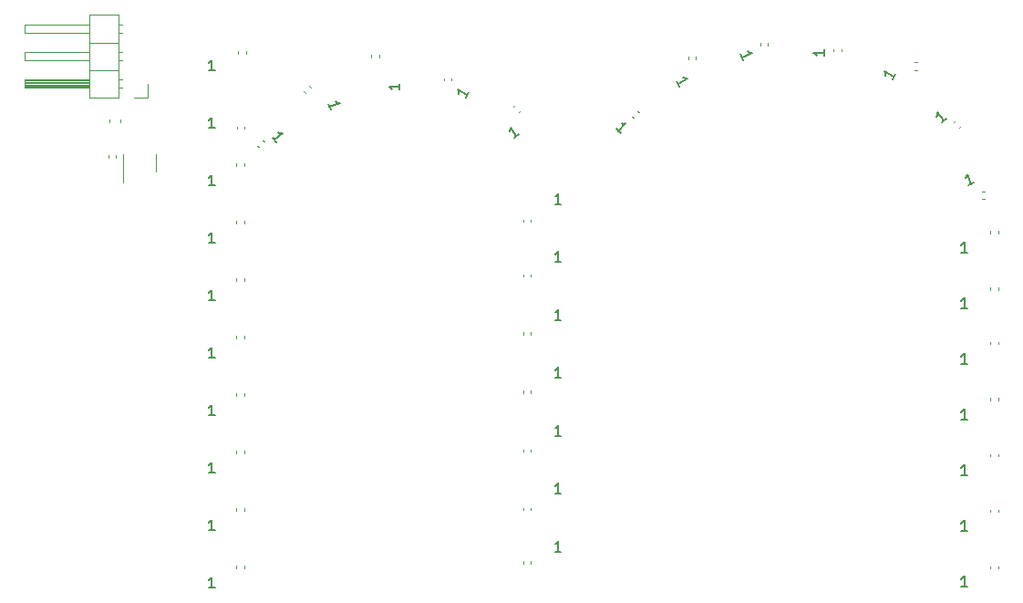
<source format=gto>
G04 #@! TF.GenerationSoftware,KiCad,Pcbnew,7.0.0-da2b9df05c~165~ubuntu22.04.1*
G04 #@! TF.CreationDate,2023-03-06T13:31:38-08:00*
G04 #@! TF.ProjectId,badge,62616467-652e-46b6-9963-61645f706362,rev?*
G04 #@! TF.SameCoordinates,Original*
G04 #@! TF.FileFunction,Legend,Top*
G04 #@! TF.FilePolarity,Positive*
%FSLAX46Y46*%
G04 Gerber Fmt 4.6, Leading zero omitted, Abs format (unit mm)*
G04 Created by KiCad (PCBNEW 7.0.0-da2b9df05c~165~ubuntu22.04.1) date 2023-03-06 13:31:38*
%MOMM*%
%LPD*%
G01*
G04 APERTURE LIST*
%ADD10C,0.150000*%
%ADD11C,0.120000*%
G04 APERTURE END LIST*
D10*
G04 #@! TO.C,D17*
X183035714Y-92568716D02*
X182464286Y-92568716D01*
X182750000Y-92568716D02*
X182750000Y-91568716D01*
X182750000Y-91568716D02*
X182654762Y-91711574D01*
X182654762Y-91711574D02*
X182559524Y-91806812D01*
X182559524Y-91806812D02*
X182464286Y-91854431D01*
G04 #@! TO.C,D15*
X183035714Y-82239384D02*
X182464286Y-82239384D01*
X182750000Y-82239384D02*
X182750000Y-81239384D01*
X182750000Y-81239384D02*
X182654762Y-81382242D01*
X182654762Y-81382242D02*
X182559524Y-81477480D01*
X182559524Y-81477480D02*
X182464286Y-81525099D01*
G04 #@! TO.C,D7*
X145315714Y-77709380D02*
X144744286Y-77709380D01*
X145030000Y-77709380D02*
X145030000Y-76709380D01*
X145030000Y-76709380D02*
X144934762Y-76852238D01*
X144934762Y-76852238D02*
X144839524Y-76947476D01*
X144839524Y-76947476D02*
X144744286Y-76995095D01*
G04 #@! TO.C,D14*
X183644135Y-75747504D02*
X183107168Y-75942945D01*
X183375652Y-75845225D02*
X183033631Y-74905532D01*
X183033631Y-74905532D02*
X182992997Y-75072347D01*
X182992997Y-75072347D02*
X182936076Y-75194415D01*
X182936076Y-75194415D02*
X182862868Y-75271736D01*
G04 #@! TO.C,D25*
X123912495Y-68964135D02*
X123717054Y-68427168D01*
X123814774Y-68695652D02*
X124754467Y-68353631D01*
X124754467Y-68353631D02*
X124587652Y-68312997D01*
X124587652Y-68312997D02*
X124465584Y-68256076D01*
X124465584Y-68256076D02*
X124388263Y-68182868D01*
G04 #@! TO.C,D16*
X183035714Y-87404050D02*
X182464286Y-87404050D01*
X182750000Y-87404050D02*
X182750000Y-86404050D01*
X182750000Y-86404050D02*
X182654762Y-86546908D01*
X182654762Y-86546908D02*
X182559524Y-86642146D01*
X182559524Y-86642146D02*
X182464286Y-86689765D01*
G04 #@! TO.C,D2*
X145315714Y-104591045D02*
X144744286Y-104591045D01*
X145030000Y-104591045D02*
X145030000Y-103591045D01*
X145030000Y-103591045D02*
X144934762Y-103733903D01*
X144934762Y-103733903D02*
X144839524Y-103829141D01*
X144839524Y-103829141D02*
X144744286Y-103876760D01*
G04 #@! TO.C,D22*
X141394764Y-71257061D02*
X140926678Y-71584819D01*
X141160721Y-71420940D02*
X140587145Y-70601788D01*
X140587145Y-70601788D02*
X140591070Y-70773436D01*
X140591070Y-70773436D02*
X140567681Y-70906077D01*
X140567681Y-70906077D02*
X140516980Y-70999710D01*
G04 #@! TO.C,D31*
X113165714Y-86657380D02*
X112594286Y-86657380D01*
X112880000Y-86657380D02*
X112880000Y-85657380D01*
X112880000Y-85657380D02*
X112784762Y-85800238D01*
X112784762Y-85800238D02*
X112689524Y-85895476D01*
X112689524Y-85895476D02*
X112594286Y-85943095D01*
G04 #@! TO.C,D32*
X113165714Y-91991380D02*
X112594286Y-91991380D01*
X112880000Y-91991380D02*
X112880000Y-90991380D01*
X112880000Y-90991380D02*
X112784762Y-91134238D01*
X112784762Y-91134238D02*
X112689524Y-91229476D01*
X112689524Y-91229476D02*
X112594286Y-91277095D01*
G04 #@! TO.C,D27*
X113165714Y-65321380D02*
X112594286Y-65321380D01*
X112880000Y-65321380D02*
X112880000Y-64321380D01*
X112880000Y-64321380D02*
X112784762Y-64464238D01*
X112784762Y-64464238D02*
X112689524Y-64559476D01*
X112689524Y-64559476D02*
X112594286Y-64607095D01*
G04 #@! TO.C,D18*
X183035714Y-97733382D02*
X182464286Y-97733382D01*
X182750000Y-97733382D02*
X182750000Y-96733382D01*
X182750000Y-96733382D02*
X182654762Y-96876240D01*
X182654762Y-96876240D02*
X182559524Y-96971478D01*
X182559524Y-96971478D02*
X182464286Y-97019097D01*
G04 #@! TO.C,D12*
X176351018Y-65646254D02*
X176065304Y-66141125D01*
X176208161Y-65893690D02*
X175342136Y-65393690D01*
X175342136Y-65393690D02*
X175418234Y-65547597D01*
X175418234Y-65547597D02*
X175453094Y-65677694D01*
X175453094Y-65677694D02*
X175446714Y-65783983D01*
G04 #@! TO.C,D13*
X181085019Y-69767776D02*
X180647279Y-70135083D01*
X180866149Y-69951429D02*
X180223361Y-69185385D01*
X180223361Y-69185385D02*
X180242231Y-69356038D01*
X180242231Y-69356038D02*
X180230493Y-69490212D01*
X180230493Y-69490212D02*
X180188145Y-69587908D01*
G04 #@! TO.C,D11*
X169767380Y-63364285D02*
X169767380Y-63935713D01*
X169767380Y-63649999D02*
X168767380Y-63649999D01*
X168767380Y-63649999D02*
X168910238Y-63745237D01*
X168910238Y-63745237D02*
X169005476Y-63840475D01*
X169005476Y-63840475D02*
X169053095Y-63935713D01*
G04 #@! TO.C,D1*
X145315714Y-109967380D02*
X144744286Y-109967380D01*
X145030000Y-109967380D02*
X145030000Y-108967380D01*
X145030000Y-108967380D02*
X144934762Y-109110238D01*
X144934762Y-109110238D02*
X144839524Y-109205476D01*
X144839524Y-109205476D02*
X144744286Y-109253095D01*
G04 #@! TO.C,D9*
X156314696Y-66801126D02*
X156028981Y-66306255D01*
X156171839Y-66553690D02*
X157037864Y-66053690D01*
X157037864Y-66053690D02*
X156866527Y-66042640D01*
X156866527Y-66042640D02*
X156736429Y-66007781D01*
X156736429Y-66007781D02*
X156647571Y-65949112D01*
G04 #@! TO.C,D23*
X136731018Y-67346255D02*
X136445304Y-67841126D01*
X136588161Y-67593691D02*
X135722136Y-67093691D01*
X135722136Y-67093691D02*
X135798234Y-67247598D01*
X135798234Y-67247598D02*
X135833094Y-67377695D01*
X135833094Y-67377695D02*
X135826714Y-67483984D01*
G04 #@! TO.C,D21*
X183035714Y-113227380D02*
X182464286Y-113227380D01*
X182750000Y-113227380D02*
X182750000Y-112227380D01*
X182750000Y-112227380D02*
X182654762Y-112370238D01*
X182654762Y-112370238D02*
X182559524Y-112465476D01*
X182559524Y-112465476D02*
X182464286Y-112513095D01*
G04 #@! TO.C,D29*
X113165714Y-75989380D02*
X112594286Y-75989380D01*
X112880000Y-75989380D02*
X112880000Y-74989380D01*
X112880000Y-74989380D02*
X112784762Y-75132238D01*
X112784762Y-75132238D02*
X112689524Y-75227476D01*
X112689524Y-75227476D02*
X112594286Y-75275095D01*
G04 #@! TO.C,D26*
X118862223Y-71955018D02*
X118494916Y-71517278D01*
X118678570Y-71736148D02*
X119444614Y-71093360D01*
X119444614Y-71093360D02*
X119273961Y-71112230D01*
X119273961Y-71112230D02*
X119139787Y-71100492D01*
X119139787Y-71100492D02*
X119042091Y-71058144D01*
G04 #@! TO.C,D33*
X113165714Y-97325380D02*
X112594286Y-97325380D01*
X112880000Y-97325380D02*
X112880000Y-96325380D01*
X112880000Y-96325380D02*
X112784762Y-96468238D01*
X112784762Y-96468238D02*
X112689524Y-96563476D01*
X112689524Y-96563476D02*
X112594286Y-96611095D01*
G04 #@! TO.C,D20*
X183035714Y-108062714D02*
X182464286Y-108062714D01*
X182750000Y-108062714D02*
X182750000Y-107062714D01*
X182750000Y-107062714D02*
X182654762Y-107205572D01*
X182654762Y-107205572D02*
X182559524Y-107300810D01*
X182559524Y-107300810D02*
X182464286Y-107348429D01*
G04 #@! TO.C,D35*
X113165714Y-107993380D02*
X112594286Y-107993380D01*
X112880000Y-107993380D02*
X112880000Y-106993380D01*
X112880000Y-106993380D02*
X112784762Y-107136238D01*
X112784762Y-107136238D02*
X112689524Y-107231476D01*
X112689524Y-107231476D02*
X112594286Y-107279095D01*
G04 #@! TO.C,D19*
X183035714Y-102898048D02*
X182464286Y-102898048D01*
X182750000Y-102898048D02*
X182750000Y-101898048D01*
X182750000Y-101898048D02*
X182654762Y-102040906D01*
X182654762Y-102040906D02*
X182559524Y-102136144D01*
X182559524Y-102136144D02*
X182464286Y-102183763D01*
G04 #@! TO.C,D6*
X145315714Y-83085713D02*
X144744286Y-83085713D01*
X145030000Y-83085713D02*
X145030000Y-82085713D01*
X145030000Y-82085713D02*
X144934762Y-82228571D01*
X144934762Y-82228571D02*
X144839524Y-82323809D01*
X144839524Y-82323809D02*
X144744286Y-82371428D01*
G04 #@! TO.C,D3*
X145315714Y-99214712D02*
X144744286Y-99214712D01*
X145030000Y-99214712D02*
X145030000Y-98214712D01*
X145030000Y-98214712D02*
X144934762Y-98357570D01*
X144934762Y-98357570D02*
X144839524Y-98452808D01*
X144839524Y-98452808D02*
X144744286Y-98500427D01*
G04 #@! TO.C,D10*
X162192496Y-64334135D02*
X161997055Y-63797168D01*
X162094775Y-64065652D02*
X163034468Y-63723631D01*
X163034468Y-63723631D02*
X162867653Y-63682997D01*
X162867653Y-63682997D02*
X162745585Y-63626076D01*
X162745585Y-63626076D02*
X162668264Y-63552868D01*
G04 #@! TO.C,D34*
X113165714Y-102659380D02*
X112594286Y-102659380D01*
X112880000Y-102659380D02*
X112880000Y-101659380D01*
X112880000Y-101659380D02*
X112784762Y-101802238D01*
X112784762Y-101802238D02*
X112689524Y-101897476D01*
X112689524Y-101897476D02*
X112594286Y-101945095D01*
G04 #@! TO.C,D36*
X113165714Y-113327380D02*
X112594286Y-113327380D01*
X112880000Y-113327380D02*
X112880000Y-112327380D01*
X112880000Y-112327380D02*
X112784762Y-112470238D01*
X112784762Y-112470238D02*
X112689524Y-112565476D01*
X112689524Y-112565476D02*
X112594286Y-112613095D01*
G04 #@! TO.C,D30*
X113165714Y-81323380D02*
X112594286Y-81323380D01*
X112880000Y-81323380D02*
X112880000Y-80323380D01*
X112880000Y-80323380D02*
X112784762Y-80466238D01*
X112784762Y-80466238D02*
X112689524Y-80561476D01*
X112689524Y-80561476D02*
X112594286Y-80609095D01*
G04 #@! TO.C,D28*
X113165714Y-70655380D02*
X112594286Y-70655380D01*
X112880000Y-70655380D02*
X112880000Y-69655380D01*
X112880000Y-69655380D02*
X112784762Y-69798238D01*
X112784762Y-69798238D02*
X112689524Y-69893476D01*
X112689524Y-69893476D02*
X112594286Y-69941095D01*
G04 #@! TO.C,D5*
X145315714Y-88462046D02*
X144744286Y-88462046D01*
X145030000Y-88462046D02*
X145030000Y-87462046D01*
X145030000Y-87462046D02*
X144934762Y-87604904D01*
X144934762Y-87604904D02*
X144839524Y-87700142D01*
X144839524Y-87700142D02*
X144744286Y-87747761D01*
G04 #@! TO.C,D8*
X150832253Y-71141808D02*
X150428192Y-70737747D01*
X150630222Y-70939777D02*
X151337329Y-70232671D01*
X151337329Y-70232671D02*
X151168970Y-70266342D01*
X151168970Y-70266342D02*
X151034283Y-70266342D01*
X151034283Y-70266342D02*
X150933268Y-70232671D01*
G04 #@! TO.C,D24*
X130327380Y-66524285D02*
X130327380Y-67095713D01*
X130327380Y-66809999D02*
X129327380Y-66809999D01*
X129327380Y-66809999D02*
X129470238Y-66905237D01*
X129470238Y-66905237D02*
X129565476Y-67000475D01*
X129565476Y-67000475D02*
X129613095Y-67095713D01*
G04 #@! TO.C,D4*
X145315714Y-93838379D02*
X144744286Y-93838379D01*
X145030000Y-93838379D02*
X145030000Y-92838379D01*
X145030000Y-92838379D02*
X144934762Y-92981237D01*
X144934762Y-92981237D02*
X144839524Y-93076475D01*
X144839524Y-93076475D02*
X144744286Y-93124094D01*
D11*
G04 #@! TO.C,C14*
X184617836Y-77270000D02*
X184402164Y-77270000D01*
X184617836Y-76550000D02*
X184402164Y-76550000D01*
G04 #@! TO.C,C34*
X115160000Y-100829836D02*
X115160000Y-100614164D01*
X115880000Y-100829836D02*
X115880000Y-100614164D01*
G04 #@! TO.C,C17*
X185180000Y-90717836D02*
X185180000Y-90502164D01*
X185900000Y-90717836D02*
X185900000Y-90502164D01*
G04 #@! TO.C,C13*
X182440810Y-70468307D02*
X182288307Y-70620810D01*
X181931693Y-69959190D02*
X181779190Y-70111693D01*
G04 #@! TO.C,C1*
X142510000Y-110862164D02*
X142510000Y-111077836D01*
X141790000Y-110862164D02*
X141790000Y-111077836D01*
G04 #@! TO.C,C37*
X103992000Y-73171164D02*
X103992000Y-73386836D01*
X103272000Y-73171164D02*
X103272000Y-73386836D01*
G04 #@! TO.C,C3*
X142510000Y-100472164D02*
X142510000Y-100687836D01*
X141790000Y-100472164D02*
X141790000Y-100687836D01*
G04 #@! TO.C,C21*
X185180000Y-111557836D02*
X185180000Y-111342164D01*
X185900000Y-111557836D02*
X185900000Y-111342164D01*
G04 #@! TO.C,C38*
X104396000Y-69836420D02*
X104396000Y-70117580D01*
X103376000Y-69836420D02*
X103376000Y-70117580D01*
G04 #@! TO.C,C15*
X185180000Y-80407836D02*
X185180000Y-80192164D01*
X185900000Y-80407836D02*
X185900000Y-80192164D01*
G04 #@! TO.C,C29*
X115160000Y-74159836D02*
X115160000Y-73944164D01*
X115880000Y-74159836D02*
X115880000Y-73944164D01*
G04 #@! TO.C,C16*
X185180000Y-85667836D02*
X185180000Y-85452164D01*
X185900000Y-85667836D02*
X185900000Y-85452164D01*
G04 #@! TO.C,C35*
X115160000Y-106163836D02*
X115160000Y-105948164D01*
X115880000Y-106163836D02*
X115880000Y-105948164D01*
G04 #@! TO.C,C24*
X127680000Y-64067836D02*
X127680000Y-63852164D01*
X128400000Y-64067836D02*
X128400000Y-63852164D01*
G04 #@! TO.C,C25*
X121581693Y-67370810D02*
X121429190Y-67218307D01*
X122090810Y-66861693D02*
X121938307Y-66709190D01*
G04 #@! TO.C,C33*
X115160000Y-95495836D02*
X115160000Y-95280164D01*
X115880000Y-95495836D02*
X115880000Y-95280164D01*
G04 #@! TO.C,C28*
X115930000Y-70515164D02*
X115930000Y-70730836D01*
X115210000Y-70515164D02*
X115210000Y-70730836D01*
G04 #@! TO.C,C32*
X115160000Y-90161836D02*
X115160000Y-89946164D01*
X115880000Y-90161836D02*
X115880000Y-89946164D01*
G04 #@! TO.C,C5*
X142510000Y-89632164D02*
X142510000Y-89847836D01*
X141790000Y-89632164D02*
X141790000Y-89847836D01*
G04 #@! TO.C,C9*
X157840000Y-64042164D02*
X157840000Y-64257836D01*
X157120000Y-64042164D02*
X157120000Y-64257836D01*
G04 #@! TO.C,C11*
X171330000Y-63322164D02*
X171330000Y-63537836D01*
X170610000Y-63322164D02*
X170610000Y-63537836D01*
G04 #@! TO.C,C27*
X115337000Y-63734836D02*
X115337000Y-63519164D01*
X116057000Y-63734836D02*
X116057000Y-63519164D01*
G04 #@! TO.C,C8*
X152408307Y-69069190D02*
X152560810Y-69221693D01*
X151899190Y-69578307D02*
X152051693Y-69730810D01*
G04 #@! TO.C,C20*
X185180000Y-106287836D02*
X185180000Y-106072164D01*
X185900000Y-106287836D02*
X185900000Y-106072164D01*
G04 #@! TO.C,J1*
X106907500Y-67803000D02*
X105637500Y-67803000D01*
X106907500Y-66533000D02*
X106907500Y-67803000D01*
X104594571Y-64373000D02*
X104197500Y-64373000D01*
X104594571Y-63613000D02*
X104197500Y-63613000D01*
X104594571Y-61833000D02*
X104197500Y-61833000D01*
X104594571Y-61073000D02*
X104197500Y-61073000D01*
X104527500Y-66913000D02*
X104197500Y-66913000D01*
X104527500Y-66153000D02*
X104197500Y-66153000D01*
X104197500Y-67863000D02*
X104197500Y-60123000D01*
X104197500Y-65263000D02*
X101537500Y-65263000D01*
X104197500Y-62723000D02*
X101537500Y-62723000D01*
X104197500Y-60123000D02*
X101537500Y-60123000D01*
X101537500Y-67863000D02*
X104197500Y-67863000D01*
X101537500Y-66913000D02*
X95537500Y-66913000D01*
X101537500Y-66853000D02*
X95537500Y-66853000D01*
X101537500Y-66733000D02*
X95537500Y-66733000D01*
X101537500Y-66613000D02*
X95537500Y-66613000D01*
X101537500Y-66493000D02*
X95537500Y-66493000D01*
X101537500Y-66373000D02*
X95537500Y-66373000D01*
X101537500Y-66253000D02*
X95537500Y-66253000D01*
X101537500Y-64373000D02*
X95537500Y-64373000D01*
X101537500Y-61833000D02*
X95537500Y-61833000D01*
X101537500Y-60123000D02*
X101537500Y-67863000D01*
X95537500Y-66913000D02*
X95537500Y-66153000D01*
X95537500Y-66153000D02*
X101537500Y-66153000D01*
X95537500Y-64373000D02*
X95537500Y-63613000D01*
X95537500Y-63613000D02*
X101537500Y-63613000D01*
X95537500Y-61833000D02*
X95537500Y-61073000D01*
X95537500Y-61073000D02*
X101537500Y-61073000D01*
G04 #@! TO.C,C22*
X140889190Y-68701693D02*
X141041693Y-68549190D01*
X141398307Y-69210810D02*
X141550810Y-69058307D01*
G04 #@! TO.C,U1*
X104612000Y-73914000D02*
X104612000Y-75714000D01*
X104612000Y-73914000D02*
X104612000Y-73114000D01*
X107732000Y-73914000D02*
X107732000Y-74714000D01*
X107732000Y-73914000D02*
X107732000Y-73114000D01*
G04 #@! TO.C,C2*
X142510000Y-105892164D02*
X142510000Y-106107836D01*
X141790000Y-105892164D02*
X141790000Y-106107836D01*
G04 #@! TO.C,C12*
X178142164Y-64530000D02*
X178357836Y-64530000D01*
X178142164Y-65250000D02*
X178357836Y-65250000D01*
G04 #@! TO.C,C7*
X142510000Y-79162164D02*
X142510000Y-79377836D01*
X141790000Y-79162164D02*
X141790000Y-79377836D01*
G04 #@! TO.C,C23*
X134430000Y-66227836D02*
X134430000Y-66012164D01*
X135150000Y-66227836D02*
X135150000Y-66012164D01*
G04 #@! TO.C,C36*
X115160000Y-111497836D02*
X115160000Y-111282164D01*
X115880000Y-111497836D02*
X115880000Y-111282164D01*
G04 #@! TO.C,C4*
X142510000Y-95022164D02*
X142510000Y-95237836D01*
X141790000Y-95022164D02*
X141790000Y-95237836D01*
G04 #@! TO.C,C18*
X185180000Y-95917836D02*
X185180000Y-95702164D01*
X185900000Y-95917836D02*
X185900000Y-95702164D01*
G04 #@! TO.C,C6*
X142510000Y-84232164D02*
X142510000Y-84447836D01*
X141790000Y-84232164D02*
X141790000Y-84447836D01*
G04 #@! TO.C,C10*
X164530000Y-62772164D02*
X164530000Y-62987836D01*
X163810000Y-62772164D02*
X163810000Y-62987836D01*
G04 #@! TO.C,C31*
X115160000Y-84827836D02*
X115160000Y-84612164D01*
X115880000Y-84827836D02*
X115880000Y-84612164D01*
G04 #@! TO.C,C26*
X117221693Y-72430810D02*
X117069190Y-72278307D01*
X117730810Y-71921693D02*
X117578307Y-71769190D01*
G04 #@! TO.C,C19*
X185180000Y-101117836D02*
X185180000Y-100902164D01*
X185900000Y-101117836D02*
X185900000Y-100902164D01*
G04 #@! TO.C,C30*
X115160000Y-79493836D02*
X115160000Y-79278164D01*
X115880000Y-79493836D02*
X115880000Y-79278164D01*
G04 #@! TD*
M02*

</source>
